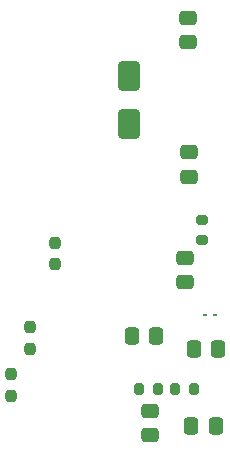
<source format=gbr>
%TF.GenerationSoftware,KiCad,Pcbnew,8.0.1*%
%TF.CreationDate,2024-05-06T17:41:32-07:00*%
%TF.ProjectId,knockControlBoard,6b6e6f63-6b43-46f6-9e74-726f6c426f61,rev?*%
%TF.SameCoordinates,Original*%
%TF.FileFunction,Paste,Bot*%
%TF.FilePolarity,Positive*%
%FSLAX46Y46*%
G04 Gerber Fmt 4.6, Leading zero omitted, Abs format (unit mm)*
G04 Created by KiCad (PCBNEW 8.0.1) date 2024-05-06 17:41:32*
%MOMM*%
%LPD*%
G01*
G04 APERTURE LIST*
G04 Aperture macros list*
%AMRoundRect*
0 Rectangle with rounded corners*
0 $1 Rounding radius*
0 $2 $3 $4 $5 $6 $7 $8 $9 X,Y pos of 4 corners*
0 Add a 4 corners polygon primitive as box body*
4,1,4,$2,$3,$4,$5,$6,$7,$8,$9,$2,$3,0*
0 Add four circle primitives for the rounded corners*
1,1,$1+$1,$2,$3*
1,1,$1+$1,$4,$5*
1,1,$1+$1,$6,$7*
1,1,$1+$1,$8,$9*
0 Add four rect primitives between the rounded corners*
20,1,$1+$1,$2,$3,$4,$5,0*
20,1,$1+$1,$4,$5,$6,$7,0*
20,1,$1+$1,$6,$7,$8,$9,0*
20,1,$1+$1,$8,$9,$2,$3,0*%
G04 Aperture macros list end*
%ADD10RoundRect,0.250000X-0.475000X0.337500X-0.475000X-0.337500X0.475000X-0.337500X0.475000X0.337500X0*%
%ADD11RoundRect,0.250000X0.475000X-0.337500X0.475000X0.337500X-0.475000X0.337500X-0.475000X-0.337500X0*%
%ADD12RoundRect,0.250000X0.337500X0.475000X-0.337500X0.475000X-0.337500X-0.475000X0.337500X-0.475000X0*%
%ADD13RoundRect,0.250000X-0.337500X-0.475000X0.337500X-0.475000X0.337500X0.475000X-0.337500X0.475000X0*%
%ADD14RoundRect,0.237500X-0.237500X0.250000X-0.237500X-0.250000X0.237500X-0.250000X0.237500X0.250000X0*%
%ADD15RoundRect,0.200000X-0.275000X0.200000X-0.275000X-0.200000X0.275000X-0.200000X0.275000X0.200000X0*%
%ADD16RoundRect,0.200000X0.200000X0.275000X-0.200000X0.275000X-0.200000X-0.275000X0.200000X-0.275000X0*%
%ADD17RoundRect,0.237500X0.237500X-0.250000X0.237500X0.250000X-0.237500X0.250000X-0.237500X-0.250000X0*%
%ADD18RoundRect,0.250000X0.650000X-1.000000X0.650000X1.000000X-0.650000X1.000000X-0.650000X-1.000000X0*%
%ADD19RoundRect,0.062500X-0.117500X-0.062500X0.117500X-0.062500X0.117500X0.062500X-0.117500X0.062500X0*%
G04 APERTURE END LIST*
D10*
%TO.C,C12*%
X112910000Y-91510000D03*
X112910000Y-93585000D03*
%TD*%
D11*
%TO.C,C11*%
X109920000Y-106545000D03*
X109920000Y-104470000D03*
%TD*%
D12*
%TO.C,C5*%
X115515000Y-105770000D03*
X113440000Y-105770000D03*
%TD*%
%TO.C,C3*%
X115715000Y-99280000D03*
X113640000Y-99280000D03*
%TD*%
D13*
%TO.C,C2*%
X108395000Y-98100000D03*
X110470000Y-98100000D03*
%TD*%
D11*
%TO.C,C9*%
X113190000Y-73250000D03*
X113190000Y-71175000D03*
%TD*%
%TO.C,C6*%
X113230000Y-84640000D03*
X113230000Y-82565000D03*
%TD*%
D14*
%TO.C,R15*%
X101900000Y-90257500D03*
X101900000Y-92082500D03*
%TD*%
D15*
%TO.C,R14*%
X114370000Y-88350000D03*
X114370000Y-90000000D03*
%TD*%
D16*
%TO.C,R12*%
X113710000Y-102627621D03*
X112060000Y-102627621D03*
%TD*%
%TO.C,R5*%
X110660000Y-102617621D03*
X109010000Y-102617621D03*
%TD*%
D17*
%TO.C,R4*%
X99750000Y-99220000D03*
X99750000Y-97395000D03*
%TD*%
%TO.C,R1*%
X98190000Y-103202500D03*
X98190000Y-101377500D03*
%TD*%
D18*
%TO.C,D7*%
X108200000Y-80150000D03*
X108200000Y-76150000D03*
%TD*%
D19*
%TO.C,D6*%
X115467500Y-96380000D03*
X114627500Y-96380000D03*
%TD*%
M02*

</source>
